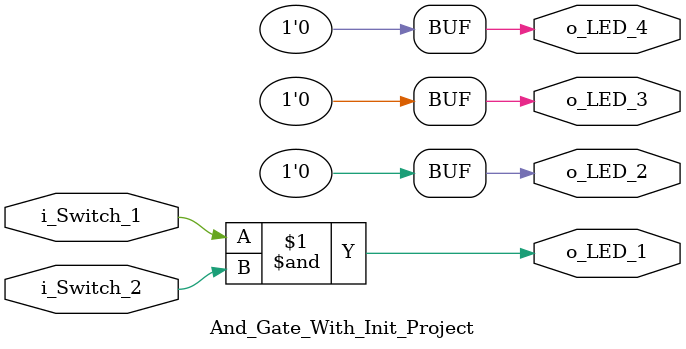
<source format=v>
/*
File: And_Gate_With_Init_Project.v
Copyright (C) 2013-2020 Nandland.com
license : MIT
*/
module And_Gate_With_Init_Project
    (input i_Switch_1,
     input i_Switch_2,
     output o_LED_1,
     output o_LED_2,
     output o_LED_3,
     output o_LED_4);

    assign o_LED_1 = i_Switch_1 & i_Switch_2;
    assign o_LED_2 = 0;
    assign o_LED_3 = 0;
    assign o_LED_4 = 0;

endmodule
</source>
